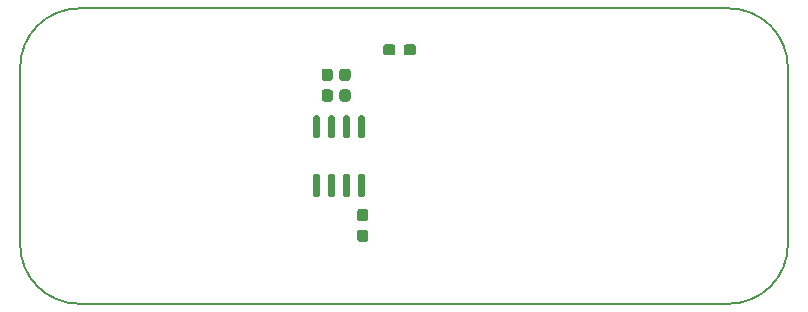
<source format=gbr>
%TF.GenerationSoftware,KiCad,Pcbnew,(5.1.6)-1*%
%TF.CreationDate,2021-04-13T16:40:33+02:00*%
%TF.ProjectId,11_Joystick,31315f4a-6f79-4737-9469-636b2e6b6963,rev?*%
%TF.SameCoordinates,Original*%
%TF.FileFunction,Paste,Top*%
%TF.FilePolarity,Positive*%
%FSLAX46Y46*%
G04 Gerber Fmt 4.6, Leading zero omitted, Abs format (unit mm)*
G04 Created by KiCad (PCBNEW (5.1.6)-1) date 2021-04-13 16:40:33*
%MOMM*%
%LPD*%
G01*
G04 APERTURE LIST*
%TA.AperFunction,Profile*%
%ADD10C,0.150000*%
%TD*%
G04 APERTURE END LIST*
D10*
X140000000Y-130000000D02*
X195000000Y-130000000D01*
X195000000Y-130000000D02*
G75*
G02*
X200000000Y-135000000I0J-5000000D01*
G01*
X200000000Y-150000000D02*
G75*
G02*
X195000000Y-155000000I-5000000J0D01*
G01*
X140000000Y-155000000D02*
G75*
G02*
X135000000Y-150000000I0J5000000D01*
G01*
X135000000Y-135000000D02*
G75*
G02*
X140000000Y-130000000I5000000J0D01*
G01*
X135000000Y-150000000D02*
X135000000Y-135000000D01*
X195000000Y-155000000D02*
X140000000Y-155000000D01*
X200000000Y-135000000D02*
X200000000Y-150000000D01*
%TO.C,C1*%
G36*
G01*
X161237500Y-137900000D02*
X160762500Y-137900000D01*
G75*
G02*
X160525000Y-137662500I0J237500D01*
G01*
X160525000Y-137087500D01*
G75*
G02*
X160762500Y-136850000I237500J0D01*
G01*
X161237500Y-136850000D01*
G75*
G02*
X161475000Y-137087500I0J-237500D01*
G01*
X161475000Y-137662500D01*
G75*
G02*
X161237500Y-137900000I-237500J0D01*
G01*
G37*
G36*
G01*
X161237500Y-136150000D02*
X160762500Y-136150000D01*
G75*
G02*
X160525000Y-135912500I0J237500D01*
G01*
X160525000Y-135337500D01*
G75*
G02*
X160762500Y-135100000I237500J0D01*
G01*
X161237500Y-135100000D01*
G75*
G02*
X161475000Y-135337500I0J-237500D01*
G01*
X161475000Y-135912500D01*
G75*
G02*
X161237500Y-136150000I-237500J0D01*
G01*
G37*
%TD*%
%TO.C,R1*%
G36*
G01*
X162262500Y-135100000D02*
X162737500Y-135100000D01*
G75*
G02*
X162975000Y-135337500I0J-237500D01*
G01*
X162975000Y-135912500D01*
G75*
G02*
X162737500Y-136150000I-237500J0D01*
G01*
X162262500Y-136150000D01*
G75*
G02*
X162025000Y-135912500I0J237500D01*
G01*
X162025000Y-135337500D01*
G75*
G02*
X162262500Y-135100000I237500J0D01*
G01*
G37*
G36*
G01*
X162262500Y-136850000D02*
X162737500Y-136850000D01*
G75*
G02*
X162975000Y-137087500I0J-237500D01*
G01*
X162975000Y-137662500D01*
G75*
G02*
X162737500Y-137900000I-237500J0D01*
G01*
X162262500Y-137900000D01*
G75*
G02*
X162025000Y-137662500I0J237500D01*
G01*
X162025000Y-137087500D01*
G75*
G02*
X162262500Y-136850000I237500J0D01*
G01*
G37*
%TD*%
%TO.C,R2*%
G36*
G01*
X165725000Y-133737500D02*
X165725000Y-133262500D01*
G75*
G02*
X165962500Y-133025000I237500J0D01*
G01*
X166537500Y-133025000D01*
G75*
G02*
X166775000Y-133262500I0J-237500D01*
G01*
X166775000Y-133737500D01*
G75*
G02*
X166537500Y-133975000I-237500J0D01*
G01*
X165962500Y-133975000D01*
G75*
G02*
X165725000Y-133737500I0J237500D01*
G01*
G37*
G36*
G01*
X167475000Y-133737500D02*
X167475000Y-133262500D01*
G75*
G02*
X167712500Y-133025000I237500J0D01*
G01*
X168287500Y-133025000D01*
G75*
G02*
X168525000Y-133262500I0J-237500D01*
G01*
X168525000Y-133737500D01*
G75*
G02*
X168287500Y-133975000I-237500J0D01*
G01*
X167712500Y-133975000D01*
G75*
G02*
X167475000Y-133737500I0J237500D01*
G01*
G37*
%TD*%
%TO.C,R3*%
G36*
G01*
X164237500Y-148025000D02*
X163762500Y-148025000D01*
G75*
G02*
X163525000Y-147787500I0J237500D01*
G01*
X163525000Y-147212500D01*
G75*
G02*
X163762500Y-146975000I237500J0D01*
G01*
X164237500Y-146975000D01*
G75*
G02*
X164475000Y-147212500I0J-237500D01*
G01*
X164475000Y-147787500D01*
G75*
G02*
X164237500Y-148025000I-237500J0D01*
G01*
G37*
G36*
G01*
X164237500Y-149775000D02*
X163762500Y-149775000D01*
G75*
G02*
X163525000Y-149537500I0J237500D01*
G01*
X163525000Y-148962500D01*
G75*
G02*
X163762500Y-148725000I237500J0D01*
G01*
X164237500Y-148725000D01*
G75*
G02*
X164475000Y-148962500I0J-237500D01*
G01*
X164475000Y-149537500D01*
G75*
G02*
X164237500Y-149775000I-237500J0D01*
G01*
G37*
%TD*%
%TO.C,U1*%
G36*
G01*
X163755000Y-139050000D02*
X164055000Y-139050000D01*
G75*
G02*
X164205000Y-139200000I0J-150000D01*
G01*
X164205000Y-140850000D01*
G75*
G02*
X164055000Y-141000000I-150000J0D01*
G01*
X163755000Y-141000000D01*
G75*
G02*
X163605000Y-140850000I0J150000D01*
G01*
X163605000Y-139200000D01*
G75*
G02*
X163755000Y-139050000I150000J0D01*
G01*
G37*
G36*
G01*
X162485000Y-139050000D02*
X162785000Y-139050000D01*
G75*
G02*
X162935000Y-139200000I0J-150000D01*
G01*
X162935000Y-140850000D01*
G75*
G02*
X162785000Y-141000000I-150000J0D01*
G01*
X162485000Y-141000000D01*
G75*
G02*
X162335000Y-140850000I0J150000D01*
G01*
X162335000Y-139200000D01*
G75*
G02*
X162485000Y-139050000I150000J0D01*
G01*
G37*
G36*
G01*
X161215000Y-139050000D02*
X161515000Y-139050000D01*
G75*
G02*
X161665000Y-139200000I0J-150000D01*
G01*
X161665000Y-140850000D01*
G75*
G02*
X161515000Y-141000000I-150000J0D01*
G01*
X161215000Y-141000000D01*
G75*
G02*
X161065000Y-140850000I0J150000D01*
G01*
X161065000Y-139200000D01*
G75*
G02*
X161215000Y-139050000I150000J0D01*
G01*
G37*
G36*
G01*
X159945000Y-139050000D02*
X160245000Y-139050000D01*
G75*
G02*
X160395000Y-139200000I0J-150000D01*
G01*
X160395000Y-140850000D01*
G75*
G02*
X160245000Y-141000000I-150000J0D01*
G01*
X159945000Y-141000000D01*
G75*
G02*
X159795000Y-140850000I0J150000D01*
G01*
X159795000Y-139200000D01*
G75*
G02*
X159945000Y-139050000I150000J0D01*
G01*
G37*
G36*
G01*
X159945000Y-144000000D02*
X160245000Y-144000000D01*
G75*
G02*
X160395000Y-144150000I0J-150000D01*
G01*
X160395000Y-145800000D01*
G75*
G02*
X160245000Y-145950000I-150000J0D01*
G01*
X159945000Y-145950000D01*
G75*
G02*
X159795000Y-145800000I0J150000D01*
G01*
X159795000Y-144150000D01*
G75*
G02*
X159945000Y-144000000I150000J0D01*
G01*
G37*
G36*
G01*
X161215000Y-144000000D02*
X161515000Y-144000000D01*
G75*
G02*
X161665000Y-144150000I0J-150000D01*
G01*
X161665000Y-145800000D01*
G75*
G02*
X161515000Y-145950000I-150000J0D01*
G01*
X161215000Y-145950000D01*
G75*
G02*
X161065000Y-145800000I0J150000D01*
G01*
X161065000Y-144150000D01*
G75*
G02*
X161215000Y-144000000I150000J0D01*
G01*
G37*
G36*
G01*
X162485000Y-144000000D02*
X162785000Y-144000000D01*
G75*
G02*
X162935000Y-144150000I0J-150000D01*
G01*
X162935000Y-145800000D01*
G75*
G02*
X162785000Y-145950000I-150000J0D01*
G01*
X162485000Y-145950000D01*
G75*
G02*
X162335000Y-145800000I0J150000D01*
G01*
X162335000Y-144150000D01*
G75*
G02*
X162485000Y-144000000I150000J0D01*
G01*
G37*
G36*
G01*
X163755000Y-144000000D02*
X164055000Y-144000000D01*
G75*
G02*
X164205000Y-144150000I0J-150000D01*
G01*
X164205000Y-145800000D01*
G75*
G02*
X164055000Y-145950000I-150000J0D01*
G01*
X163755000Y-145950000D01*
G75*
G02*
X163605000Y-145800000I0J150000D01*
G01*
X163605000Y-144150000D01*
G75*
G02*
X163755000Y-144000000I150000J0D01*
G01*
G37*
%TD*%
M02*

</source>
